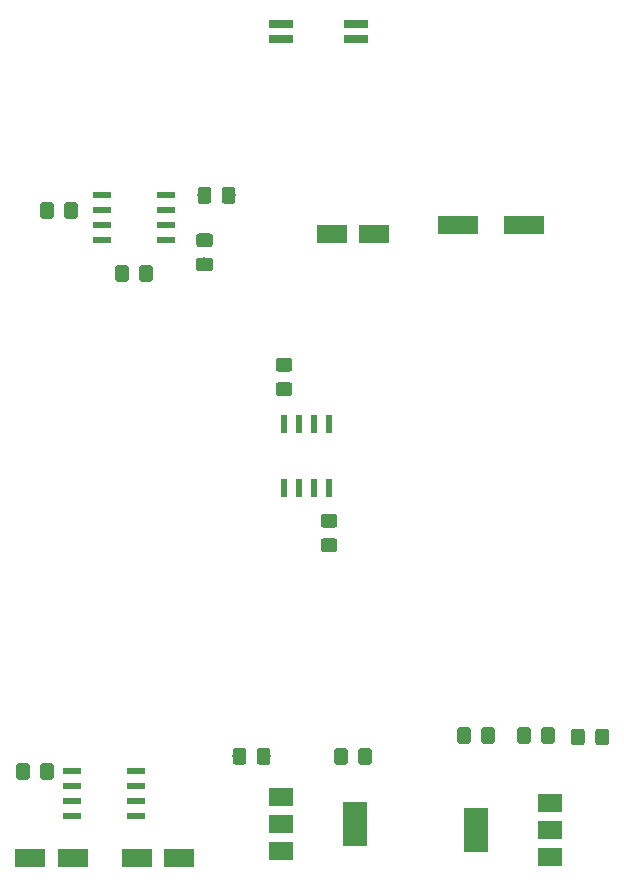
<source format=gbr>
G04 #@! TF.GenerationSoftware,KiCad,Pcbnew,(5.0.0-3-g5ebb6b6)*
G04 #@! TF.CreationDate,2018-11-10T02:34:20+00:00*
G04 #@! TF.ProjectId,555PWMTremolo,35353550574D5472656D6F6C6F2E6B69,rev?*
G04 #@! TF.SameCoordinates,Original*
G04 #@! TF.FileFunction,Paste,Top*
G04 #@! TF.FilePolarity,Positive*
%FSLAX46Y46*%
G04 Gerber Fmt 4.6, Leading zero omitted, Abs format (unit mm)*
G04 Created by KiCad (PCBNEW (5.0.0-3-g5ebb6b6)) date Saturday, 10 November 2018 at 02:34:20*
%MOMM*%
%LPD*%
G01*
G04 APERTURE LIST*
%ADD10R,2.000000X1.500000*%
%ADD11R,2.000000X3.800000*%
%ADD12C,0.100000*%
%ADD13C,1.150000*%
%ADD14R,0.600000X1.550000*%
%ADD15R,2.600000X1.600000*%
%ADD16R,1.550000X0.600000*%
%ADD17R,2.000000X0.640000*%
%ADD18R,3.500000X1.600000*%
G04 APERTURE END LIST*
D10*
G04 #@! TO.C,U_NREG1*
X100241500Y-144159000D03*
X100241500Y-139559000D03*
X100241500Y-141859000D03*
D11*
X93941500Y-141859000D03*
G04 #@! TD*
D12*
G04 #@! TO.C,C_BP1*
G36*
X71333505Y-87439204D02*
X71357773Y-87442804D01*
X71381572Y-87448765D01*
X71404671Y-87457030D01*
X71426850Y-87467520D01*
X71447893Y-87480132D01*
X71467599Y-87494747D01*
X71485777Y-87511223D01*
X71502253Y-87529401D01*
X71516868Y-87549107D01*
X71529480Y-87570150D01*
X71539970Y-87592329D01*
X71548235Y-87615428D01*
X71554196Y-87639227D01*
X71557796Y-87663495D01*
X71559000Y-87687999D01*
X71559000Y-88588001D01*
X71557796Y-88612505D01*
X71554196Y-88636773D01*
X71548235Y-88660572D01*
X71539970Y-88683671D01*
X71529480Y-88705850D01*
X71516868Y-88726893D01*
X71502253Y-88746599D01*
X71485777Y-88764777D01*
X71467599Y-88781253D01*
X71447893Y-88795868D01*
X71426850Y-88808480D01*
X71404671Y-88818970D01*
X71381572Y-88827235D01*
X71357773Y-88833196D01*
X71333505Y-88836796D01*
X71309001Y-88838000D01*
X70658999Y-88838000D01*
X70634495Y-88836796D01*
X70610227Y-88833196D01*
X70586428Y-88827235D01*
X70563329Y-88818970D01*
X70541150Y-88808480D01*
X70520107Y-88795868D01*
X70500401Y-88781253D01*
X70482223Y-88764777D01*
X70465747Y-88746599D01*
X70451132Y-88726893D01*
X70438520Y-88705850D01*
X70428030Y-88683671D01*
X70419765Y-88660572D01*
X70413804Y-88636773D01*
X70410204Y-88612505D01*
X70409000Y-88588001D01*
X70409000Y-87687999D01*
X70410204Y-87663495D01*
X70413804Y-87639227D01*
X70419765Y-87615428D01*
X70428030Y-87592329D01*
X70438520Y-87570150D01*
X70451132Y-87549107D01*
X70465747Y-87529401D01*
X70482223Y-87511223D01*
X70500401Y-87494747D01*
X70520107Y-87480132D01*
X70541150Y-87467520D01*
X70563329Y-87457030D01*
X70586428Y-87448765D01*
X70610227Y-87442804D01*
X70634495Y-87439204D01*
X70658999Y-87438000D01*
X71309001Y-87438000D01*
X71333505Y-87439204D01*
X71333505Y-87439204D01*
G37*
D13*
X70984000Y-88138000D03*
D12*
G36*
X73383505Y-87439204D02*
X73407773Y-87442804D01*
X73431572Y-87448765D01*
X73454671Y-87457030D01*
X73476850Y-87467520D01*
X73497893Y-87480132D01*
X73517599Y-87494747D01*
X73535777Y-87511223D01*
X73552253Y-87529401D01*
X73566868Y-87549107D01*
X73579480Y-87570150D01*
X73589970Y-87592329D01*
X73598235Y-87615428D01*
X73604196Y-87639227D01*
X73607796Y-87663495D01*
X73609000Y-87687999D01*
X73609000Y-88588001D01*
X73607796Y-88612505D01*
X73604196Y-88636773D01*
X73598235Y-88660572D01*
X73589970Y-88683671D01*
X73579480Y-88705850D01*
X73566868Y-88726893D01*
X73552253Y-88746599D01*
X73535777Y-88764777D01*
X73517599Y-88781253D01*
X73497893Y-88795868D01*
X73476850Y-88808480D01*
X73454671Y-88818970D01*
X73431572Y-88827235D01*
X73407773Y-88833196D01*
X73383505Y-88836796D01*
X73359001Y-88838000D01*
X72708999Y-88838000D01*
X72684495Y-88836796D01*
X72660227Y-88833196D01*
X72636428Y-88827235D01*
X72613329Y-88818970D01*
X72591150Y-88808480D01*
X72570107Y-88795868D01*
X72550401Y-88781253D01*
X72532223Y-88764777D01*
X72515747Y-88746599D01*
X72501132Y-88726893D01*
X72488520Y-88705850D01*
X72478030Y-88683671D01*
X72469765Y-88660572D01*
X72463804Y-88636773D01*
X72460204Y-88612505D01*
X72459000Y-88588001D01*
X72459000Y-87687999D01*
X72460204Y-87663495D01*
X72463804Y-87639227D01*
X72469765Y-87615428D01*
X72478030Y-87592329D01*
X72488520Y-87570150D01*
X72501132Y-87549107D01*
X72515747Y-87529401D01*
X72532223Y-87511223D01*
X72550401Y-87494747D01*
X72570107Y-87480132D01*
X72591150Y-87467520D01*
X72613329Y-87457030D01*
X72636428Y-87448765D01*
X72660227Y-87442804D01*
X72684495Y-87439204D01*
X72708999Y-87438000D01*
X73359001Y-87438000D01*
X73383505Y-87439204D01*
X73383505Y-87439204D01*
G37*
D13*
X73034000Y-88138000D03*
G04 #@! TD*
D12*
G04 #@! TO.C,C_BP3*
G36*
X78198505Y-103956204D02*
X78222773Y-103959804D01*
X78246572Y-103965765D01*
X78269671Y-103974030D01*
X78291850Y-103984520D01*
X78312893Y-103997132D01*
X78332599Y-104011747D01*
X78350777Y-104028223D01*
X78367253Y-104046401D01*
X78381868Y-104066107D01*
X78394480Y-104087150D01*
X78404970Y-104109329D01*
X78413235Y-104132428D01*
X78419196Y-104156227D01*
X78422796Y-104180495D01*
X78424000Y-104204999D01*
X78424000Y-104855001D01*
X78422796Y-104879505D01*
X78419196Y-104903773D01*
X78413235Y-104927572D01*
X78404970Y-104950671D01*
X78394480Y-104972850D01*
X78381868Y-104993893D01*
X78367253Y-105013599D01*
X78350777Y-105031777D01*
X78332599Y-105048253D01*
X78312893Y-105062868D01*
X78291850Y-105075480D01*
X78269671Y-105085970D01*
X78246572Y-105094235D01*
X78222773Y-105100196D01*
X78198505Y-105103796D01*
X78174001Y-105105000D01*
X77273999Y-105105000D01*
X77249495Y-105103796D01*
X77225227Y-105100196D01*
X77201428Y-105094235D01*
X77178329Y-105085970D01*
X77156150Y-105075480D01*
X77135107Y-105062868D01*
X77115401Y-105048253D01*
X77097223Y-105031777D01*
X77080747Y-105013599D01*
X77066132Y-104993893D01*
X77053520Y-104972850D01*
X77043030Y-104950671D01*
X77034765Y-104927572D01*
X77028804Y-104903773D01*
X77025204Y-104879505D01*
X77024000Y-104855001D01*
X77024000Y-104204999D01*
X77025204Y-104180495D01*
X77028804Y-104156227D01*
X77034765Y-104132428D01*
X77043030Y-104109329D01*
X77053520Y-104087150D01*
X77066132Y-104066107D01*
X77080747Y-104046401D01*
X77097223Y-104028223D01*
X77115401Y-104011747D01*
X77135107Y-103997132D01*
X77156150Y-103984520D01*
X77178329Y-103974030D01*
X77201428Y-103965765D01*
X77225227Y-103959804D01*
X77249495Y-103956204D01*
X77273999Y-103955000D01*
X78174001Y-103955000D01*
X78198505Y-103956204D01*
X78198505Y-103956204D01*
G37*
D13*
X77724000Y-104530000D03*
D12*
G36*
X78198505Y-101906204D02*
X78222773Y-101909804D01*
X78246572Y-101915765D01*
X78269671Y-101924030D01*
X78291850Y-101934520D01*
X78312893Y-101947132D01*
X78332599Y-101961747D01*
X78350777Y-101978223D01*
X78367253Y-101996401D01*
X78381868Y-102016107D01*
X78394480Y-102037150D01*
X78404970Y-102059329D01*
X78413235Y-102082428D01*
X78419196Y-102106227D01*
X78422796Y-102130495D01*
X78424000Y-102154999D01*
X78424000Y-102805001D01*
X78422796Y-102829505D01*
X78419196Y-102853773D01*
X78413235Y-102877572D01*
X78404970Y-102900671D01*
X78394480Y-102922850D01*
X78381868Y-102943893D01*
X78367253Y-102963599D01*
X78350777Y-102981777D01*
X78332599Y-102998253D01*
X78312893Y-103012868D01*
X78291850Y-103025480D01*
X78269671Y-103035970D01*
X78246572Y-103044235D01*
X78222773Y-103050196D01*
X78198505Y-103053796D01*
X78174001Y-103055000D01*
X77273999Y-103055000D01*
X77249495Y-103053796D01*
X77225227Y-103050196D01*
X77201428Y-103044235D01*
X77178329Y-103035970D01*
X77156150Y-103025480D01*
X77135107Y-103012868D01*
X77115401Y-102998253D01*
X77097223Y-102981777D01*
X77080747Y-102963599D01*
X77066132Y-102943893D01*
X77053520Y-102922850D01*
X77043030Y-102900671D01*
X77034765Y-102877572D01*
X77028804Y-102853773D01*
X77025204Y-102829505D01*
X77024000Y-102805001D01*
X77024000Y-102154999D01*
X77025204Y-102130495D01*
X77028804Y-102106227D01*
X77034765Y-102082428D01*
X77043030Y-102059329D01*
X77053520Y-102037150D01*
X77066132Y-102016107D01*
X77080747Y-101996401D01*
X77097223Y-101978223D01*
X77115401Y-101961747D01*
X77135107Y-101947132D01*
X77156150Y-101934520D01*
X77178329Y-101924030D01*
X77201428Y-101915765D01*
X77225227Y-101909804D01*
X77249495Y-101906204D01*
X77273999Y-101905000D01*
X78174001Y-101905000D01*
X78198505Y-101906204D01*
X78198505Y-101906204D01*
G37*
D13*
X77724000Y-102480000D03*
G04 #@! TD*
D12*
G04 #@! TO.C,C_BP4*
G36*
X82008505Y-117164204D02*
X82032773Y-117167804D01*
X82056572Y-117173765D01*
X82079671Y-117182030D01*
X82101850Y-117192520D01*
X82122893Y-117205132D01*
X82142599Y-117219747D01*
X82160777Y-117236223D01*
X82177253Y-117254401D01*
X82191868Y-117274107D01*
X82204480Y-117295150D01*
X82214970Y-117317329D01*
X82223235Y-117340428D01*
X82229196Y-117364227D01*
X82232796Y-117388495D01*
X82234000Y-117412999D01*
X82234000Y-118063001D01*
X82232796Y-118087505D01*
X82229196Y-118111773D01*
X82223235Y-118135572D01*
X82214970Y-118158671D01*
X82204480Y-118180850D01*
X82191868Y-118201893D01*
X82177253Y-118221599D01*
X82160777Y-118239777D01*
X82142599Y-118256253D01*
X82122893Y-118270868D01*
X82101850Y-118283480D01*
X82079671Y-118293970D01*
X82056572Y-118302235D01*
X82032773Y-118308196D01*
X82008505Y-118311796D01*
X81984001Y-118313000D01*
X81083999Y-118313000D01*
X81059495Y-118311796D01*
X81035227Y-118308196D01*
X81011428Y-118302235D01*
X80988329Y-118293970D01*
X80966150Y-118283480D01*
X80945107Y-118270868D01*
X80925401Y-118256253D01*
X80907223Y-118239777D01*
X80890747Y-118221599D01*
X80876132Y-118201893D01*
X80863520Y-118180850D01*
X80853030Y-118158671D01*
X80844765Y-118135572D01*
X80838804Y-118111773D01*
X80835204Y-118087505D01*
X80834000Y-118063001D01*
X80834000Y-117412999D01*
X80835204Y-117388495D01*
X80838804Y-117364227D01*
X80844765Y-117340428D01*
X80853030Y-117317329D01*
X80863520Y-117295150D01*
X80876132Y-117274107D01*
X80890747Y-117254401D01*
X80907223Y-117236223D01*
X80925401Y-117219747D01*
X80945107Y-117205132D01*
X80966150Y-117192520D01*
X80988329Y-117182030D01*
X81011428Y-117173765D01*
X81035227Y-117167804D01*
X81059495Y-117164204D01*
X81083999Y-117163000D01*
X81984001Y-117163000D01*
X82008505Y-117164204D01*
X82008505Y-117164204D01*
G37*
D13*
X81534000Y-117738000D03*
D12*
G36*
X82008505Y-115114204D02*
X82032773Y-115117804D01*
X82056572Y-115123765D01*
X82079671Y-115132030D01*
X82101850Y-115142520D01*
X82122893Y-115155132D01*
X82142599Y-115169747D01*
X82160777Y-115186223D01*
X82177253Y-115204401D01*
X82191868Y-115224107D01*
X82204480Y-115245150D01*
X82214970Y-115267329D01*
X82223235Y-115290428D01*
X82229196Y-115314227D01*
X82232796Y-115338495D01*
X82234000Y-115362999D01*
X82234000Y-116013001D01*
X82232796Y-116037505D01*
X82229196Y-116061773D01*
X82223235Y-116085572D01*
X82214970Y-116108671D01*
X82204480Y-116130850D01*
X82191868Y-116151893D01*
X82177253Y-116171599D01*
X82160777Y-116189777D01*
X82142599Y-116206253D01*
X82122893Y-116220868D01*
X82101850Y-116233480D01*
X82079671Y-116243970D01*
X82056572Y-116252235D01*
X82032773Y-116258196D01*
X82008505Y-116261796D01*
X81984001Y-116263000D01*
X81083999Y-116263000D01*
X81059495Y-116261796D01*
X81035227Y-116258196D01*
X81011428Y-116252235D01*
X80988329Y-116243970D01*
X80966150Y-116233480D01*
X80945107Y-116220868D01*
X80925401Y-116206253D01*
X80907223Y-116189777D01*
X80890747Y-116171599D01*
X80876132Y-116151893D01*
X80863520Y-116130850D01*
X80853030Y-116108671D01*
X80844765Y-116085572D01*
X80838804Y-116061773D01*
X80835204Y-116037505D01*
X80834000Y-116013001D01*
X80834000Y-115362999D01*
X80835204Y-115338495D01*
X80838804Y-115314227D01*
X80844765Y-115290428D01*
X80853030Y-115267329D01*
X80863520Y-115245150D01*
X80876132Y-115224107D01*
X80890747Y-115204401D01*
X80907223Y-115186223D01*
X80925401Y-115169747D01*
X80945107Y-115155132D01*
X80966150Y-115142520D01*
X80988329Y-115132030D01*
X81011428Y-115123765D01*
X81035227Y-115117804D01*
X81059495Y-115114204D01*
X81083999Y-115113000D01*
X81984001Y-115113000D01*
X82008505Y-115114204D01*
X82008505Y-115114204D01*
G37*
D13*
X81534000Y-115688000D03*
G04 #@! TD*
D12*
G04 #@! TO.C,C_BP5*
G36*
X55966505Y-136207204D02*
X55990773Y-136210804D01*
X56014572Y-136216765D01*
X56037671Y-136225030D01*
X56059850Y-136235520D01*
X56080893Y-136248132D01*
X56100599Y-136262747D01*
X56118777Y-136279223D01*
X56135253Y-136297401D01*
X56149868Y-136317107D01*
X56162480Y-136338150D01*
X56172970Y-136360329D01*
X56181235Y-136383428D01*
X56187196Y-136407227D01*
X56190796Y-136431495D01*
X56192000Y-136455999D01*
X56192000Y-137356001D01*
X56190796Y-137380505D01*
X56187196Y-137404773D01*
X56181235Y-137428572D01*
X56172970Y-137451671D01*
X56162480Y-137473850D01*
X56149868Y-137494893D01*
X56135253Y-137514599D01*
X56118777Y-137532777D01*
X56100599Y-137549253D01*
X56080893Y-137563868D01*
X56059850Y-137576480D01*
X56037671Y-137586970D01*
X56014572Y-137595235D01*
X55990773Y-137601196D01*
X55966505Y-137604796D01*
X55942001Y-137606000D01*
X55291999Y-137606000D01*
X55267495Y-137604796D01*
X55243227Y-137601196D01*
X55219428Y-137595235D01*
X55196329Y-137586970D01*
X55174150Y-137576480D01*
X55153107Y-137563868D01*
X55133401Y-137549253D01*
X55115223Y-137532777D01*
X55098747Y-137514599D01*
X55084132Y-137494893D01*
X55071520Y-137473850D01*
X55061030Y-137451671D01*
X55052765Y-137428572D01*
X55046804Y-137404773D01*
X55043204Y-137380505D01*
X55042000Y-137356001D01*
X55042000Y-136455999D01*
X55043204Y-136431495D01*
X55046804Y-136407227D01*
X55052765Y-136383428D01*
X55061030Y-136360329D01*
X55071520Y-136338150D01*
X55084132Y-136317107D01*
X55098747Y-136297401D01*
X55115223Y-136279223D01*
X55133401Y-136262747D01*
X55153107Y-136248132D01*
X55174150Y-136235520D01*
X55196329Y-136225030D01*
X55219428Y-136216765D01*
X55243227Y-136210804D01*
X55267495Y-136207204D01*
X55291999Y-136206000D01*
X55942001Y-136206000D01*
X55966505Y-136207204D01*
X55966505Y-136207204D01*
G37*
D13*
X55617000Y-136906000D03*
D12*
G36*
X58016505Y-136207204D02*
X58040773Y-136210804D01*
X58064572Y-136216765D01*
X58087671Y-136225030D01*
X58109850Y-136235520D01*
X58130893Y-136248132D01*
X58150599Y-136262747D01*
X58168777Y-136279223D01*
X58185253Y-136297401D01*
X58199868Y-136317107D01*
X58212480Y-136338150D01*
X58222970Y-136360329D01*
X58231235Y-136383428D01*
X58237196Y-136407227D01*
X58240796Y-136431495D01*
X58242000Y-136455999D01*
X58242000Y-137356001D01*
X58240796Y-137380505D01*
X58237196Y-137404773D01*
X58231235Y-137428572D01*
X58222970Y-137451671D01*
X58212480Y-137473850D01*
X58199868Y-137494893D01*
X58185253Y-137514599D01*
X58168777Y-137532777D01*
X58150599Y-137549253D01*
X58130893Y-137563868D01*
X58109850Y-137576480D01*
X58087671Y-137586970D01*
X58064572Y-137595235D01*
X58040773Y-137601196D01*
X58016505Y-137604796D01*
X57992001Y-137606000D01*
X57341999Y-137606000D01*
X57317495Y-137604796D01*
X57293227Y-137601196D01*
X57269428Y-137595235D01*
X57246329Y-137586970D01*
X57224150Y-137576480D01*
X57203107Y-137563868D01*
X57183401Y-137549253D01*
X57165223Y-137532777D01*
X57148747Y-137514599D01*
X57134132Y-137494893D01*
X57121520Y-137473850D01*
X57111030Y-137451671D01*
X57102765Y-137428572D01*
X57096804Y-137404773D01*
X57093204Y-137380505D01*
X57092000Y-137356001D01*
X57092000Y-136455999D01*
X57093204Y-136431495D01*
X57096804Y-136407227D01*
X57102765Y-136383428D01*
X57111030Y-136360329D01*
X57121520Y-136338150D01*
X57134132Y-136317107D01*
X57148747Y-136297401D01*
X57165223Y-136279223D01*
X57183401Y-136262747D01*
X57203107Y-136248132D01*
X57224150Y-136235520D01*
X57246329Y-136225030D01*
X57269428Y-136216765D01*
X57293227Y-136210804D01*
X57317495Y-136207204D01*
X57341999Y-136206000D01*
X57992001Y-136206000D01*
X58016505Y-136207204D01*
X58016505Y-136207204D01*
G37*
D13*
X57667000Y-136906000D03*
G04 #@! TD*
D12*
G04 #@! TO.C,R1*
G36*
X74305305Y-134937204D02*
X74329573Y-134940804D01*
X74353372Y-134946765D01*
X74376471Y-134955030D01*
X74398650Y-134965520D01*
X74419693Y-134978132D01*
X74439399Y-134992747D01*
X74457577Y-135009223D01*
X74474053Y-135027401D01*
X74488668Y-135047107D01*
X74501280Y-135068150D01*
X74511770Y-135090329D01*
X74520035Y-135113428D01*
X74525996Y-135137227D01*
X74529596Y-135161495D01*
X74530800Y-135185999D01*
X74530800Y-136086001D01*
X74529596Y-136110505D01*
X74525996Y-136134773D01*
X74520035Y-136158572D01*
X74511770Y-136181671D01*
X74501280Y-136203850D01*
X74488668Y-136224893D01*
X74474053Y-136244599D01*
X74457577Y-136262777D01*
X74439399Y-136279253D01*
X74419693Y-136293868D01*
X74398650Y-136306480D01*
X74376471Y-136316970D01*
X74353372Y-136325235D01*
X74329573Y-136331196D01*
X74305305Y-136334796D01*
X74280801Y-136336000D01*
X73630799Y-136336000D01*
X73606295Y-136334796D01*
X73582027Y-136331196D01*
X73558228Y-136325235D01*
X73535129Y-136316970D01*
X73512950Y-136306480D01*
X73491907Y-136293868D01*
X73472201Y-136279253D01*
X73454023Y-136262777D01*
X73437547Y-136244599D01*
X73422932Y-136224893D01*
X73410320Y-136203850D01*
X73399830Y-136181671D01*
X73391565Y-136158572D01*
X73385604Y-136134773D01*
X73382004Y-136110505D01*
X73380800Y-136086001D01*
X73380800Y-135185999D01*
X73382004Y-135161495D01*
X73385604Y-135137227D01*
X73391565Y-135113428D01*
X73399830Y-135090329D01*
X73410320Y-135068150D01*
X73422932Y-135047107D01*
X73437547Y-135027401D01*
X73454023Y-135009223D01*
X73472201Y-134992747D01*
X73491907Y-134978132D01*
X73512950Y-134965520D01*
X73535129Y-134955030D01*
X73558228Y-134946765D01*
X73582027Y-134940804D01*
X73606295Y-134937204D01*
X73630799Y-134936000D01*
X74280801Y-134936000D01*
X74305305Y-134937204D01*
X74305305Y-134937204D01*
G37*
D13*
X73955800Y-135636000D03*
D12*
G36*
X76355305Y-134937204D02*
X76379573Y-134940804D01*
X76403372Y-134946765D01*
X76426471Y-134955030D01*
X76448650Y-134965520D01*
X76469693Y-134978132D01*
X76489399Y-134992747D01*
X76507577Y-135009223D01*
X76524053Y-135027401D01*
X76538668Y-135047107D01*
X76551280Y-135068150D01*
X76561770Y-135090329D01*
X76570035Y-135113428D01*
X76575996Y-135137227D01*
X76579596Y-135161495D01*
X76580800Y-135185999D01*
X76580800Y-136086001D01*
X76579596Y-136110505D01*
X76575996Y-136134773D01*
X76570035Y-136158572D01*
X76561770Y-136181671D01*
X76551280Y-136203850D01*
X76538668Y-136224893D01*
X76524053Y-136244599D01*
X76507577Y-136262777D01*
X76489399Y-136279253D01*
X76469693Y-136293868D01*
X76448650Y-136306480D01*
X76426471Y-136316970D01*
X76403372Y-136325235D01*
X76379573Y-136331196D01*
X76355305Y-136334796D01*
X76330801Y-136336000D01*
X75680799Y-136336000D01*
X75656295Y-136334796D01*
X75632027Y-136331196D01*
X75608228Y-136325235D01*
X75585129Y-136316970D01*
X75562950Y-136306480D01*
X75541907Y-136293868D01*
X75522201Y-136279253D01*
X75504023Y-136262777D01*
X75487547Y-136244599D01*
X75472932Y-136224893D01*
X75460320Y-136203850D01*
X75449830Y-136181671D01*
X75441565Y-136158572D01*
X75435604Y-136134773D01*
X75432004Y-136110505D01*
X75430800Y-136086001D01*
X75430800Y-135185999D01*
X75432004Y-135161495D01*
X75435604Y-135137227D01*
X75441565Y-135113428D01*
X75449830Y-135090329D01*
X75460320Y-135068150D01*
X75472932Y-135047107D01*
X75487547Y-135027401D01*
X75504023Y-135009223D01*
X75522201Y-134992747D01*
X75541907Y-134978132D01*
X75562950Y-134965520D01*
X75585129Y-134955030D01*
X75608228Y-134946765D01*
X75632027Y-134940804D01*
X75656295Y-134937204D01*
X75680799Y-134936000D01*
X76330801Y-134936000D01*
X76355305Y-134937204D01*
X76355305Y-134937204D01*
G37*
D13*
X76005800Y-135636000D03*
G04 #@! TD*
D12*
G04 #@! TO.C,R2*
G36*
X84940505Y-134937204D02*
X84964773Y-134940804D01*
X84988572Y-134946765D01*
X85011671Y-134955030D01*
X85033850Y-134965520D01*
X85054893Y-134978132D01*
X85074599Y-134992747D01*
X85092777Y-135009223D01*
X85109253Y-135027401D01*
X85123868Y-135047107D01*
X85136480Y-135068150D01*
X85146970Y-135090329D01*
X85155235Y-135113428D01*
X85161196Y-135137227D01*
X85164796Y-135161495D01*
X85166000Y-135185999D01*
X85166000Y-136086001D01*
X85164796Y-136110505D01*
X85161196Y-136134773D01*
X85155235Y-136158572D01*
X85146970Y-136181671D01*
X85136480Y-136203850D01*
X85123868Y-136224893D01*
X85109253Y-136244599D01*
X85092777Y-136262777D01*
X85074599Y-136279253D01*
X85054893Y-136293868D01*
X85033850Y-136306480D01*
X85011671Y-136316970D01*
X84988572Y-136325235D01*
X84964773Y-136331196D01*
X84940505Y-136334796D01*
X84916001Y-136336000D01*
X84265999Y-136336000D01*
X84241495Y-136334796D01*
X84217227Y-136331196D01*
X84193428Y-136325235D01*
X84170329Y-136316970D01*
X84148150Y-136306480D01*
X84127107Y-136293868D01*
X84107401Y-136279253D01*
X84089223Y-136262777D01*
X84072747Y-136244599D01*
X84058132Y-136224893D01*
X84045520Y-136203850D01*
X84035030Y-136181671D01*
X84026765Y-136158572D01*
X84020804Y-136134773D01*
X84017204Y-136110505D01*
X84016000Y-136086001D01*
X84016000Y-135185999D01*
X84017204Y-135161495D01*
X84020804Y-135137227D01*
X84026765Y-135113428D01*
X84035030Y-135090329D01*
X84045520Y-135068150D01*
X84058132Y-135047107D01*
X84072747Y-135027401D01*
X84089223Y-135009223D01*
X84107401Y-134992747D01*
X84127107Y-134978132D01*
X84148150Y-134965520D01*
X84170329Y-134955030D01*
X84193428Y-134946765D01*
X84217227Y-134940804D01*
X84241495Y-134937204D01*
X84265999Y-134936000D01*
X84916001Y-134936000D01*
X84940505Y-134937204D01*
X84940505Y-134937204D01*
G37*
D13*
X84591000Y-135636000D03*
D12*
G36*
X82890505Y-134937204D02*
X82914773Y-134940804D01*
X82938572Y-134946765D01*
X82961671Y-134955030D01*
X82983850Y-134965520D01*
X83004893Y-134978132D01*
X83024599Y-134992747D01*
X83042777Y-135009223D01*
X83059253Y-135027401D01*
X83073868Y-135047107D01*
X83086480Y-135068150D01*
X83096970Y-135090329D01*
X83105235Y-135113428D01*
X83111196Y-135137227D01*
X83114796Y-135161495D01*
X83116000Y-135185999D01*
X83116000Y-136086001D01*
X83114796Y-136110505D01*
X83111196Y-136134773D01*
X83105235Y-136158572D01*
X83096970Y-136181671D01*
X83086480Y-136203850D01*
X83073868Y-136224893D01*
X83059253Y-136244599D01*
X83042777Y-136262777D01*
X83024599Y-136279253D01*
X83004893Y-136293868D01*
X82983850Y-136306480D01*
X82961671Y-136316970D01*
X82938572Y-136325235D01*
X82914773Y-136331196D01*
X82890505Y-136334796D01*
X82866001Y-136336000D01*
X82215999Y-136336000D01*
X82191495Y-136334796D01*
X82167227Y-136331196D01*
X82143428Y-136325235D01*
X82120329Y-136316970D01*
X82098150Y-136306480D01*
X82077107Y-136293868D01*
X82057401Y-136279253D01*
X82039223Y-136262777D01*
X82022747Y-136244599D01*
X82008132Y-136224893D01*
X81995520Y-136203850D01*
X81985030Y-136181671D01*
X81976765Y-136158572D01*
X81970804Y-136134773D01*
X81967204Y-136110505D01*
X81966000Y-136086001D01*
X81966000Y-135185999D01*
X81967204Y-135161495D01*
X81970804Y-135137227D01*
X81976765Y-135113428D01*
X81985030Y-135090329D01*
X81995520Y-135068150D01*
X82008132Y-135047107D01*
X82022747Y-135027401D01*
X82039223Y-135009223D01*
X82057401Y-134992747D01*
X82077107Y-134978132D01*
X82098150Y-134965520D01*
X82120329Y-134955030D01*
X82143428Y-134946765D01*
X82167227Y-134940804D01*
X82191495Y-134937204D01*
X82215999Y-134936000D01*
X82866001Y-134936000D01*
X82890505Y-134937204D01*
X82890505Y-134937204D01*
G37*
D13*
X82541000Y-135636000D03*
G04 #@! TD*
D12*
G04 #@! TO.C,R3*
G36*
X102956505Y-133286204D02*
X102980773Y-133289804D01*
X103004572Y-133295765D01*
X103027671Y-133304030D01*
X103049850Y-133314520D01*
X103070893Y-133327132D01*
X103090599Y-133341747D01*
X103108777Y-133358223D01*
X103125253Y-133376401D01*
X103139868Y-133396107D01*
X103152480Y-133417150D01*
X103162970Y-133439329D01*
X103171235Y-133462428D01*
X103177196Y-133486227D01*
X103180796Y-133510495D01*
X103182000Y-133534999D01*
X103182000Y-134435001D01*
X103180796Y-134459505D01*
X103177196Y-134483773D01*
X103171235Y-134507572D01*
X103162970Y-134530671D01*
X103152480Y-134552850D01*
X103139868Y-134573893D01*
X103125253Y-134593599D01*
X103108777Y-134611777D01*
X103090599Y-134628253D01*
X103070893Y-134642868D01*
X103049850Y-134655480D01*
X103027671Y-134665970D01*
X103004572Y-134674235D01*
X102980773Y-134680196D01*
X102956505Y-134683796D01*
X102932001Y-134685000D01*
X102281999Y-134685000D01*
X102257495Y-134683796D01*
X102233227Y-134680196D01*
X102209428Y-134674235D01*
X102186329Y-134665970D01*
X102164150Y-134655480D01*
X102143107Y-134642868D01*
X102123401Y-134628253D01*
X102105223Y-134611777D01*
X102088747Y-134593599D01*
X102074132Y-134573893D01*
X102061520Y-134552850D01*
X102051030Y-134530671D01*
X102042765Y-134507572D01*
X102036804Y-134483773D01*
X102033204Y-134459505D01*
X102032000Y-134435001D01*
X102032000Y-133534999D01*
X102033204Y-133510495D01*
X102036804Y-133486227D01*
X102042765Y-133462428D01*
X102051030Y-133439329D01*
X102061520Y-133417150D01*
X102074132Y-133396107D01*
X102088747Y-133376401D01*
X102105223Y-133358223D01*
X102123401Y-133341747D01*
X102143107Y-133327132D01*
X102164150Y-133314520D01*
X102186329Y-133304030D01*
X102209428Y-133295765D01*
X102233227Y-133289804D01*
X102257495Y-133286204D01*
X102281999Y-133285000D01*
X102932001Y-133285000D01*
X102956505Y-133286204D01*
X102956505Y-133286204D01*
G37*
D13*
X102607000Y-133985000D03*
D12*
G36*
X105006505Y-133286204D02*
X105030773Y-133289804D01*
X105054572Y-133295765D01*
X105077671Y-133304030D01*
X105099850Y-133314520D01*
X105120893Y-133327132D01*
X105140599Y-133341747D01*
X105158777Y-133358223D01*
X105175253Y-133376401D01*
X105189868Y-133396107D01*
X105202480Y-133417150D01*
X105212970Y-133439329D01*
X105221235Y-133462428D01*
X105227196Y-133486227D01*
X105230796Y-133510495D01*
X105232000Y-133534999D01*
X105232000Y-134435001D01*
X105230796Y-134459505D01*
X105227196Y-134483773D01*
X105221235Y-134507572D01*
X105212970Y-134530671D01*
X105202480Y-134552850D01*
X105189868Y-134573893D01*
X105175253Y-134593599D01*
X105158777Y-134611777D01*
X105140599Y-134628253D01*
X105120893Y-134642868D01*
X105099850Y-134655480D01*
X105077671Y-134665970D01*
X105054572Y-134674235D01*
X105030773Y-134680196D01*
X105006505Y-134683796D01*
X104982001Y-134685000D01*
X104331999Y-134685000D01*
X104307495Y-134683796D01*
X104283227Y-134680196D01*
X104259428Y-134674235D01*
X104236329Y-134665970D01*
X104214150Y-134655480D01*
X104193107Y-134642868D01*
X104173401Y-134628253D01*
X104155223Y-134611777D01*
X104138747Y-134593599D01*
X104124132Y-134573893D01*
X104111520Y-134552850D01*
X104101030Y-134530671D01*
X104092765Y-134507572D01*
X104086804Y-134483773D01*
X104083204Y-134459505D01*
X104082000Y-134435001D01*
X104082000Y-133534999D01*
X104083204Y-133510495D01*
X104086804Y-133486227D01*
X104092765Y-133462428D01*
X104101030Y-133439329D01*
X104111520Y-133417150D01*
X104124132Y-133396107D01*
X104138747Y-133376401D01*
X104155223Y-133358223D01*
X104173401Y-133341747D01*
X104193107Y-133327132D01*
X104214150Y-133314520D01*
X104236329Y-133304030D01*
X104259428Y-133295765D01*
X104283227Y-133289804D01*
X104307495Y-133286204D01*
X104331999Y-133285000D01*
X104982001Y-133285000D01*
X105006505Y-133286204D01*
X105006505Y-133286204D01*
G37*
D13*
X104657000Y-133985000D03*
G04 #@! TD*
D12*
G04 #@! TO.C,R4*
G36*
X95354505Y-133159204D02*
X95378773Y-133162804D01*
X95402572Y-133168765D01*
X95425671Y-133177030D01*
X95447850Y-133187520D01*
X95468893Y-133200132D01*
X95488599Y-133214747D01*
X95506777Y-133231223D01*
X95523253Y-133249401D01*
X95537868Y-133269107D01*
X95550480Y-133290150D01*
X95560970Y-133312329D01*
X95569235Y-133335428D01*
X95575196Y-133359227D01*
X95578796Y-133383495D01*
X95580000Y-133407999D01*
X95580000Y-134308001D01*
X95578796Y-134332505D01*
X95575196Y-134356773D01*
X95569235Y-134380572D01*
X95560970Y-134403671D01*
X95550480Y-134425850D01*
X95537868Y-134446893D01*
X95523253Y-134466599D01*
X95506777Y-134484777D01*
X95488599Y-134501253D01*
X95468893Y-134515868D01*
X95447850Y-134528480D01*
X95425671Y-134538970D01*
X95402572Y-134547235D01*
X95378773Y-134553196D01*
X95354505Y-134556796D01*
X95330001Y-134558000D01*
X94679999Y-134558000D01*
X94655495Y-134556796D01*
X94631227Y-134553196D01*
X94607428Y-134547235D01*
X94584329Y-134538970D01*
X94562150Y-134528480D01*
X94541107Y-134515868D01*
X94521401Y-134501253D01*
X94503223Y-134484777D01*
X94486747Y-134466599D01*
X94472132Y-134446893D01*
X94459520Y-134425850D01*
X94449030Y-134403671D01*
X94440765Y-134380572D01*
X94434804Y-134356773D01*
X94431204Y-134332505D01*
X94430000Y-134308001D01*
X94430000Y-133407999D01*
X94431204Y-133383495D01*
X94434804Y-133359227D01*
X94440765Y-133335428D01*
X94449030Y-133312329D01*
X94459520Y-133290150D01*
X94472132Y-133269107D01*
X94486747Y-133249401D01*
X94503223Y-133231223D01*
X94521401Y-133214747D01*
X94541107Y-133200132D01*
X94562150Y-133187520D01*
X94584329Y-133177030D01*
X94607428Y-133168765D01*
X94631227Y-133162804D01*
X94655495Y-133159204D01*
X94679999Y-133158000D01*
X95330001Y-133158000D01*
X95354505Y-133159204D01*
X95354505Y-133159204D01*
G37*
D13*
X95005000Y-133858000D03*
D12*
G36*
X93304505Y-133159204D02*
X93328773Y-133162804D01*
X93352572Y-133168765D01*
X93375671Y-133177030D01*
X93397850Y-133187520D01*
X93418893Y-133200132D01*
X93438599Y-133214747D01*
X93456777Y-133231223D01*
X93473253Y-133249401D01*
X93487868Y-133269107D01*
X93500480Y-133290150D01*
X93510970Y-133312329D01*
X93519235Y-133335428D01*
X93525196Y-133359227D01*
X93528796Y-133383495D01*
X93530000Y-133407999D01*
X93530000Y-134308001D01*
X93528796Y-134332505D01*
X93525196Y-134356773D01*
X93519235Y-134380572D01*
X93510970Y-134403671D01*
X93500480Y-134425850D01*
X93487868Y-134446893D01*
X93473253Y-134466599D01*
X93456777Y-134484777D01*
X93438599Y-134501253D01*
X93418893Y-134515868D01*
X93397850Y-134528480D01*
X93375671Y-134538970D01*
X93352572Y-134547235D01*
X93328773Y-134553196D01*
X93304505Y-134556796D01*
X93280001Y-134558000D01*
X92629999Y-134558000D01*
X92605495Y-134556796D01*
X92581227Y-134553196D01*
X92557428Y-134547235D01*
X92534329Y-134538970D01*
X92512150Y-134528480D01*
X92491107Y-134515868D01*
X92471401Y-134501253D01*
X92453223Y-134484777D01*
X92436747Y-134466599D01*
X92422132Y-134446893D01*
X92409520Y-134425850D01*
X92399030Y-134403671D01*
X92390765Y-134380572D01*
X92384804Y-134356773D01*
X92381204Y-134332505D01*
X92380000Y-134308001D01*
X92380000Y-133407999D01*
X92381204Y-133383495D01*
X92384804Y-133359227D01*
X92390765Y-133335428D01*
X92399030Y-133312329D01*
X92409520Y-133290150D01*
X92422132Y-133269107D01*
X92436747Y-133249401D01*
X92453223Y-133231223D01*
X92471401Y-133214747D01*
X92491107Y-133200132D01*
X92512150Y-133187520D01*
X92534329Y-133177030D01*
X92557428Y-133168765D01*
X92581227Y-133162804D01*
X92605495Y-133159204D01*
X92629999Y-133158000D01*
X93280001Y-133158000D01*
X93304505Y-133159204D01*
X93304505Y-133159204D01*
G37*
D13*
X92955000Y-133858000D03*
G04 #@! TD*
D12*
G04 #@! TO.C,R5*
G36*
X100434505Y-133159204D02*
X100458773Y-133162804D01*
X100482572Y-133168765D01*
X100505671Y-133177030D01*
X100527850Y-133187520D01*
X100548893Y-133200132D01*
X100568599Y-133214747D01*
X100586777Y-133231223D01*
X100603253Y-133249401D01*
X100617868Y-133269107D01*
X100630480Y-133290150D01*
X100640970Y-133312329D01*
X100649235Y-133335428D01*
X100655196Y-133359227D01*
X100658796Y-133383495D01*
X100660000Y-133407999D01*
X100660000Y-134308001D01*
X100658796Y-134332505D01*
X100655196Y-134356773D01*
X100649235Y-134380572D01*
X100640970Y-134403671D01*
X100630480Y-134425850D01*
X100617868Y-134446893D01*
X100603253Y-134466599D01*
X100586777Y-134484777D01*
X100568599Y-134501253D01*
X100548893Y-134515868D01*
X100527850Y-134528480D01*
X100505671Y-134538970D01*
X100482572Y-134547235D01*
X100458773Y-134553196D01*
X100434505Y-134556796D01*
X100410001Y-134558000D01*
X99759999Y-134558000D01*
X99735495Y-134556796D01*
X99711227Y-134553196D01*
X99687428Y-134547235D01*
X99664329Y-134538970D01*
X99642150Y-134528480D01*
X99621107Y-134515868D01*
X99601401Y-134501253D01*
X99583223Y-134484777D01*
X99566747Y-134466599D01*
X99552132Y-134446893D01*
X99539520Y-134425850D01*
X99529030Y-134403671D01*
X99520765Y-134380572D01*
X99514804Y-134356773D01*
X99511204Y-134332505D01*
X99510000Y-134308001D01*
X99510000Y-133407999D01*
X99511204Y-133383495D01*
X99514804Y-133359227D01*
X99520765Y-133335428D01*
X99529030Y-133312329D01*
X99539520Y-133290150D01*
X99552132Y-133269107D01*
X99566747Y-133249401D01*
X99583223Y-133231223D01*
X99601401Y-133214747D01*
X99621107Y-133200132D01*
X99642150Y-133187520D01*
X99664329Y-133177030D01*
X99687428Y-133168765D01*
X99711227Y-133162804D01*
X99735495Y-133159204D01*
X99759999Y-133158000D01*
X100410001Y-133158000D01*
X100434505Y-133159204D01*
X100434505Y-133159204D01*
G37*
D13*
X100085000Y-133858000D03*
D12*
G36*
X98384505Y-133159204D02*
X98408773Y-133162804D01*
X98432572Y-133168765D01*
X98455671Y-133177030D01*
X98477850Y-133187520D01*
X98498893Y-133200132D01*
X98518599Y-133214747D01*
X98536777Y-133231223D01*
X98553253Y-133249401D01*
X98567868Y-133269107D01*
X98580480Y-133290150D01*
X98590970Y-133312329D01*
X98599235Y-133335428D01*
X98605196Y-133359227D01*
X98608796Y-133383495D01*
X98610000Y-133407999D01*
X98610000Y-134308001D01*
X98608796Y-134332505D01*
X98605196Y-134356773D01*
X98599235Y-134380572D01*
X98590970Y-134403671D01*
X98580480Y-134425850D01*
X98567868Y-134446893D01*
X98553253Y-134466599D01*
X98536777Y-134484777D01*
X98518599Y-134501253D01*
X98498893Y-134515868D01*
X98477850Y-134528480D01*
X98455671Y-134538970D01*
X98432572Y-134547235D01*
X98408773Y-134553196D01*
X98384505Y-134556796D01*
X98360001Y-134558000D01*
X97709999Y-134558000D01*
X97685495Y-134556796D01*
X97661227Y-134553196D01*
X97637428Y-134547235D01*
X97614329Y-134538970D01*
X97592150Y-134528480D01*
X97571107Y-134515868D01*
X97551401Y-134501253D01*
X97533223Y-134484777D01*
X97516747Y-134466599D01*
X97502132Y-134446893D01*
X97489520Y-134425850D01*
X97479030Y-134403671D01*
X97470765Y-134380572D01*
X97464804Y-134356773D01*
X97461204Y-134332505D01*
X97460000Y-134308001D01*
X97460000Y-133407999D01*
X97461204Y-133383495D01*
X97464804Y-133359227D01*
X97470765Y-133335428D01*
X97479030Y-133312329D01*
X97489520Y-133290150D01*
X97502132Y-133269107D01*
X97516747Y-133249401D01*
X97533223Y-133231223D01*
X97551401Y-133214747D01*
X97571107Y-133200132D01*
X97592150Y-133187520D01*
X97614329Y-133177030D01*
X97637428Y-133168765D01*
X97661227Y-133162804D01*
X97685495Y-133159204D01*
X97709999Y-133158000D01*
X98360001Y-133158000D01*
X98384505Y-133159204D01*
X98384505Y-133159204D01*
G37*
D13*
X98035000Y-133858000D03*
G04 #@! TD*
D14*
G04 #@! TO.C,U_BUF1*
X77724000Y-107536000D03*
X78994000Y-107536000D03*
X80264000Y-107536000D03*
X81534000Y-107536000D03*
X81534000Y-112936000D03*
X80264000Y-112936000D03*
X78994000Y-112936000D03*
X77724000Y-112936000D03*
G04 #@! TD*
D11*
G04 #@! TO.C,U_PREG1*
X83731500Y-141351000D03*
D10*
X77431500Y-141351000D03*
X77431500Y-143651000D03*
X77431500Y-139051000D03*
G04 #@! TD*
D15*
G04 #@! TO.C,CP_INV1*
X59839000Y-144272000D03*
X56239000Y-144272000D03*
G04 #@! TD*
G04 #@! TO.C,CP_INV2*
X68856000Y-144272000D03*
X65256000Y-144272000D03*
G04 #@! TD*
D12*
G04 #@! TO.C,C_OSC2*
G36*
X71467505Y-91365204D02*
X71491773Y-91368804D01*
X71515572Y-91374765D01*
X71538671Y-91383030D01*
X71560850Y-91393520D01*
X71581893Y-91406132D01*
X71601599Y-91420747D01*
X71619777Y-91437223D01*
X71636253Y-91455401D01*
X71650868Y-91475107D01*
X71663480Y-91496150D01*
X71673970Y-91518329D01*
X71682235Y-91541428D01*
X71688196Y-91565227D01*
X71691796Y-91589495D01*
X71693000Y-91613999D01*
X71693000Y-92264001D01*
X71691796Y-92288505D01*
X71688196Y-92312773D01*
X71682235Y-92336572D01*
X71673970Y-92359671D01*
X71663480Y-92381850D01*
X71650868Y-92402893D01*
X71636253Y-92422599D01*
X71619777Y-92440777D01*
X71601599Y-92457253D01*
X71581893Y-92471868D01*
X71560850Y-92484480D01*
X71538671Y-92494970D01*
X71515572Y-92503235D01*
X71491773Y-92509196D01*
X71467505Y-92512796D01*
X71443001Y-92514000D01*
X70542999Y-92514000D01*
X70518495Y-92512796D01*
X70494227Y-92509196D01*
X70470428Y-92503235D01*
X70447329Y-92494970D01*
X70425150Y-92484480D01*
X70404107Y-92471868D01*
X70384401Y-92457253D01*
X70366223Y-92440777D01*
X70349747Y-92422599D01*
X70335132Y-92402893D01*
X70322520Y-92381850D01*
X70312030Y-92359671D01*
X70303765Y-92336572D01*
X70297804Y-92312773D01*
X70294204Y-92288505D01*
X70293000Y-92264001D01*
X70293000Y-91613999D01*
X70294204Y-91589495D01*
X70297804Y-91565227D01*
X70303765Y-91541428D01*
X70312030Y-91518329D01*
X70322520Y-91496150D01*
X70335132Y-91475107D01*
X70349747Y-91455401D01*
X70366223Y-91437223D01*
X70384401Y-91420747D01*
X70404107Y-91406132D01*
X70425150Y-91393520D01*
X70447329Y-91383030D01*
X70470428Y-91374765D01*
X70494227Y-91368804D01*
X70518495Y-91365204D01*
X70542999Y-91364000D01*
X71443001Y-91364000D01*
X71467505Y-91365204D01*
X71467505Y-91365204D01*
G37*
D13*
X70993000Y-91939000D03*
D12*
G36*
X71467910Y-93415202D02*
X71492135Y-93418795D01*
X71515891Y-93424746D01*
X71538949Y-93432996D01*
X71561087Y-93443467D01*
X71582093Y-93456057D01*
X71601763Y-93470645D01*
X71619908Y-93487092D01*
X71636355Y-93505237D01*
X71650943Y-93524907D01*
X71663533Y-93545913D01*
X71674004Y-93568051D01*
X71682254Y-93591109D01*
X71688205Y-93614865D01*
X71691798Y-93639090D01*
X71693000Y-93663550D01*
X71693000Y-94314450D01*
X71691798Y-94338910D01*
X71688205Y-94363135D01*
X71682254Y-94386891D01*
X71674004Y-94409949D01*
X71663533Y-94432087D01*
X71650943Y-94453093D01*
X71636355Y-94472763D01*
X71619908Y-94490908D01*
X71601763Y-94507355D01*
X71582093Y-94521943D01*
X71561087Y-94534533D01*
X71538949Y-94545004D01*
X71515891Y-94553254D01*
X71492135Y-94559205D01*
X71467910Y-94562798D01*
X71443450Y-94564000D01*
X70542550Y-94564000D01*
X70518090Y-94562798D01*
X70493865Y-94559205D01*
X70470109Y-94553254D01*
X70447051Y-94545004D01*
X70424913Y-94534533D01*
X70403907Y-94521943D01*
X70384237Y-94507355D01*
X70366092Y-94490908D01*
X70349645Y-94472763D01*
X70335057Y-94453093D01*
X70322467Y-94432087D01*
X70311996Y-94409949D01*
X70303746Y-94386891D01*
X70297795Y-94363135D01*
X70294202Y-94338910D01*
X70293000Y-94314450D01*
X70293000Y-93663550D01*
X70294202Y-93639090D01*
X70297795Y-93614865D01*
X70303746Y-93591109D01*
X70311996Y-93568051D01*
X70322467Y-93545913D01*
X70335057Y-93524907D01*
X70349645Y-93505237D01*
X70366092Y-93487092D01*
X70384237Y-93470645D01*
X70403907Y-93456057D01*
X70424913Y-93443467D01*
X70447051Y-93432996D01*
X70470109Y-93424746D01*
X70493865Y-93418795D01*
X70518090Y-93415202D01*
X70542550Y-93414000D01*
X71443450Y-93414000D01*
X71467910Y-93415202D01*
X71467910Y-93415202D01*
G37*
D13*
X70993000Y-93989000D03*
G04 #@! TD*
D12*
G04 #@! TO.C,R_OSCOFF1*
G36*
X64348505Y-94043204D02*
X64372773Y-94046804D01*
X64396572Y-94052765D01*
X64419671Y-94061030D01*
X64441850Y-94071520D01*
X64462893Y-94084132D01*
X64482599Y-94098747D01*
X64500777Y-94115223D01*
X64517253Y-94133401D01*
X64531868Y-94153107D01*
X64544480Y-94174150D01*
X64554970Y-94196329D01*
X64563235Y-94219428D01*
X64569196Y-94243227D01*
X64572796Y-94267495D01*
X64574000Y-94291999D01*
X64574000Y-95192001D01*
X64572796Y-95216505D01*
X64569196Y-95240773D01*
X64563235Y-95264572D01*
X64554970Y-95287671D01*
X64544480Y-95309850D01*
X64531868Y-95330893D01*
X64517253Y-95350599D01*
X64500777Y-95368777D01*
X64482599Y-95385253D01*
X64462893Y-95399868D01*
X64441850Y-95412480D01*
X64419671Y-95422970D01*
X64396572Y-95431235D01*
X64372773Y-95437196D01*
X64348505Y-95440796D01*
X64324001Y-95442000D01*
X63673999Y-95442000D01*
X63649495Y-95440796D01*
X63625227Y-95437196D01*
X63601428Y-95431235D01*
X63578329Y-95422970D01*
X63556150Y-95412480D01*
X63535107Y-95399868D01*
X63515401Y-95385253D01*
X63497223Y-95368777D01*
X63480747Y-95350599D01*
X63466132Y-95330893D01*
X63453520Y-95309850D01*
X63443030Y-95287671D01*
X63434765Y-95264572D01*
X63428804Y-95240773D01*
X63425204Y-95216505D01*
X63424000Y-95192001D01*
X63424000Y-94291999D01*
X63425204Y-94267495D01*
X63428804Y-94243227D01*
X63434765Y-94219428D01*
X63443030Y-94196329D01*
X63453520Y-94174150D01*
X63466132Y-94153107D01*
X63480747Y-94133401D01*
X63497223Y-94115223D01*
X63515401Y-94098747D01*
X63535107Y-94084132D01*
X63556150Y-94071520D01*
X63578329Y-94061030D01*
X63601428Y-94052765D01*
X63625227Y-94046804D01*
X63649495Y-94043204D01*
X63673999Y-94042000D01*
X64324001Y-94042000D01*
X64348505Y-94043204D01*
X64348505Y-94043204D01*
G37*
D13*
X63999000Y-94742000D03*
D12*
G36*
X66398505Y-94043204D02*
X66422773Y-94046804D01*
X66446572Y-94052765D01*
X66469671Y-94061030D01*
X66491850Y-94071520D01*
X66512893Y-94084132D01*
X66532599Y-94098747D01*
X66550777Y-94115223D01*
X66567253Y-94133401D01*
X66581868Y-94153107D01*
X66594480Y-94174150D01*
X66604970Y-94196329D01*
X66613235Y-94219428D01*
X66619196Y-94243227D01*
X66622796Y-94267495D01*
X66624000Y-94291999D01*
X66624000Y-95192001D01*
X66622796Y-95216505D01*
X66619196Y-95240773D01*
X66613235Y-95264572D01*
X66604970Y-95287671D01*
X66594480Y-95309850D01*
X66581868Y-95330893D01*
X66567253Y-95350599D01*
X66550777Y-95368777D01*
X66532599Y-95385253D01*
X66512893Y-95399868D01*
X66491850Y-95412480D01*
X66469671Y-95422970D01*
X66446572Y-95431235D01*
X66422773Y-95437196D01*
X66398505Y-95440796D01*
X66374001Y-95442000D01*
X65723999Y-95442000D01*
X65699495Y-95440796D01*
X65675227Y-95437196D01*
X65651428Y-95431235D01*
X65628329Y-95422970D01*
X65606150Y-95412480D01*
X65585107Y-95399868D01*
X65565401Y-95385253D01*
X65547223Y-95368777D01*
X65530747Y-95350599D01*
X65516132Y-95330893D01*
X65503520Y-95309850D01*
X65493030Y-95287671D01*
X65484765Y-95264572D01*
X65478804Y-95240773D01*
X65475204Y-95216505D01*
X65474000Y-95192001D01*
X65474000Y-94291999D01*
X65475204Y-94267495D01*
X65478804Y-94243227D01*
X65484765Y-94219428D01*
X65493030Y-94196329D01*
X65503520Y-94174150D01*
X65516132Y-94153107D01*
X65530747Y-94133401D01*
X65547223Y-94115223D01*
X65565401Y-94098747D01*
X65585107Y-94084132D01*
X65606150Y-94071520D01*
X65628329Y-94061030D01*
X65651428Y-94052765D01*
X65675227Y-94046804D01*
X65699495Y-94043204D01*
X65723999Y-94042000D01*
X66374001Y-94042000D01*
X66398505Y-94043204D01*
X66398505Y-94043204D01*
G37*
D13*
X66049000Y-94742000D03*
G04 #@! TD*
D12*
G04 #@! TO.C,R_OSCON1*
G36*
X57998505Y-88709204D02*
X58022773Y-88712804D01*
X58046572Y-88718765D01*
X58069671Y-88727030D01*
X58091850Y-88737520D01*
X58112893Y-88750132D01*
X58132599Y-88764747D01*
X58150777Y-88781223D01*
X58167253Y-88799401D01*
X58181868Y-88819107D01*
X58194480Y-88840150D01*
X58204970Y-88862329D01*
X58213235Y-88885428D01*
X58219196Y-88909227D01*
X58222796Y-88933495D01*
X58224000Y-88957999D01*
X58224000Y-89858001D01*
X58222796Y-89882505D01*
X58219196Y-89906773D01*
X58213235Y-89930572D01*
X58204970Y-89953671D01*
X58194480Y-89975850D01*
X58181868Y-89996893D01*
X58167253Y-90016599D01*
X58150777Y-90034777D01*
X58132599Y-90051253D01*
X58112893Y-90065868D01*
X58091850Y-90078480D01*
X58069671Y-90088970D01*
X58046572Y-90097235D01*
X58022773Y-90103196D01*
X57998505Y-90106796D01*
X57974001Y-90108000D01*
X57323999Y-90108000D01*
X57299495Y-90106796D01*
X57275227Y-90103196D01*
X57251428Y-90097235D01*
X57228329Y-90088970D01*
X57206150Y-90078480D01*
X57185107Y-90065868D01*
X57165401Y-90051253D01*
X57147223Y-90034777D01*
X57130747Y-90016599D01*
X57116132Y-89996893D01*
X57103520Y-89975850D01*
X57093030Y-89953671D01*
X57084765Y-89930572D01*
X57078804Y-89906773D01*
X57075204Y-89882505D01*
X57074000Y-89858001D01*
X57074000Y-88957999D01*
X57075204Y-88933495D01*
X57078804Y-88909227D01*
X57084765Y-88885428D01*
X57093030Y-88862329D01*
X57103520Y-88840150D01*
X57116132Y-88819107D01*
X57130747Y-88799401D01*
X57147223Y-88781223D01*
X57165401Y-88764747D01*
X57185107Y-88750132D01*
X57206150Y-88737520D01*
X57228329Y-88727030D01*
X57251428Y-88718765D01*
X57275227Y-88712804D01*
X57299495Y-88709204D01*
X57323999Y-88708000D01*
X57974001Y-88708000D01*
X57998505Y-88709204D01*
X57998505Y-88709204D01*
G37*
D13*
X57649000Y-89408000D03*
D12*
G36*
X60048505Y-88709204D02*
X60072773Y-88712804D01*
X60096572Y-88718765D01*
X60119671Y-88727030D01*
X60141850Y-88737520D01*
X60162893Y-88750132D01*
X60182599Y-88764747D01*
X60200777Y-88781223D01*
X60217253Y-88799401D01*
X60231868Y-88819107D01*
X60244480Y-88840150D01*
X60254970Y-88862329D01*
X60263235Y-88885428D01*
X60269196Y-88909227D01*
X60272796Y-88933495D01*
X60274000Y-88957999D01*
X60274000Y-89858001D01*
X60272796Y-89882505D01*
X60269196Y-89906773D01*
X60263235Y-89930572D01*
X60254970Y-89953671D01*
X60244480Y-89975850D01*
X60231868Y-89996893D01*
X60217253Y-90016599D01*
X60200777Y-90034777D01*
X60182599Y-90051253D01*
X60162893Y-90065868D01*
X60141850Y-90078480D01*
X60119671Y-90088970D01*
X60096572Y-90097235D01*
X60072773Y-90103196D01*
X60048505Y-90106796D01*
X60024001Y-90108000D01*
X59373999Y-90108000D01*
X59349495Y-90106796D01*
X59325227Y-90103196D01*
X59301428Y-90097235D01*
X59278329Y-90088970D01*
X59256150Y-90078480D01*
X59235107Y-90065868D01*
X59215401Y-90051253D01*
X59197223Y-90034777D01*
X59180747Y-90016599D01*
X59166132Y-89996893D01*
X59153520Y-89975850D01*
X59143030Y-89953671D01*
X59134765Y-89930572D01*
X59128804Y-89906773D01*
X59125204Y-89882505D01*
X59124000Y-89858001D01*
X59124000Y-88957999D01*
X59125204Y-88933495D01*
X59128804Y-88909227D01*
X59134765Y-88885428D01*
X59143030Y-88862329D01*
X59153520Y-88840150D01*
X59166132Y-88819107D01*
X59180747Y-88799401D01*
X59197223Y-88781223D01*
X59215401Y-88764747D01*
X59235107Y-88750132D01*
X59256150Y-88737520D01*
X59278329Y-88727030D01*
X59301428Y-88718765D01*
X59325227Y-88712804D01*
X59349495Y-88709204D01*
X59373999Y-88708000D01*
X60024001Y-88708000D01*
X60048505Y-88709204D01*
X60048505Y-88709204D01*
G37*
D13*
X59699000Y-89408000D03*
G04 #@! TD*
D16*
G04 #@! TO.C,U_OSC1*
X62324000Y-88138000D03*
X62324000Y-89408000D03*
X62324000Y-90678000D03*
X62324000Y-91948000D03*
X67724000Y-91948000D03*
X67724000Y-90678000D03*
X67724000Y-89408000D03*
X67724000Y-88138000D03*
G04 #@! TD*
G04 #@! TO.C,U_INV1*
X65184000Y-136906000D03*
X65184000Y-138176000D03*
X65184000Y-139446000D03*
X65184000Y-140716000D03*
X59784000Y-140716000D03*
X59784000Y-139446000D03*
X59784000Y-138176000D03*
X59784000Y-136906000D03*
G04 #@! TD*
D17*
G04 #@! TO.C,U_OPTO1*
X83795000Y-73660000D03*
X83795000Y-74930000D03*
X77495000Y-74930000D03*
X77495000Y-73660000D03*
G04 #@! TD*
D15*
G04 #@! TO.C,CP_FAST1*
X81766000Y-91440000D03*
X85366000Y-91440000D03*
G04 #@! TD*
D18*
G04 #@! TO.C,CP_SLOW1*
X92450000Y-90678000D03*
X98050000Y-90678000D03*
G04 #@! TD*
M02*

</source>
